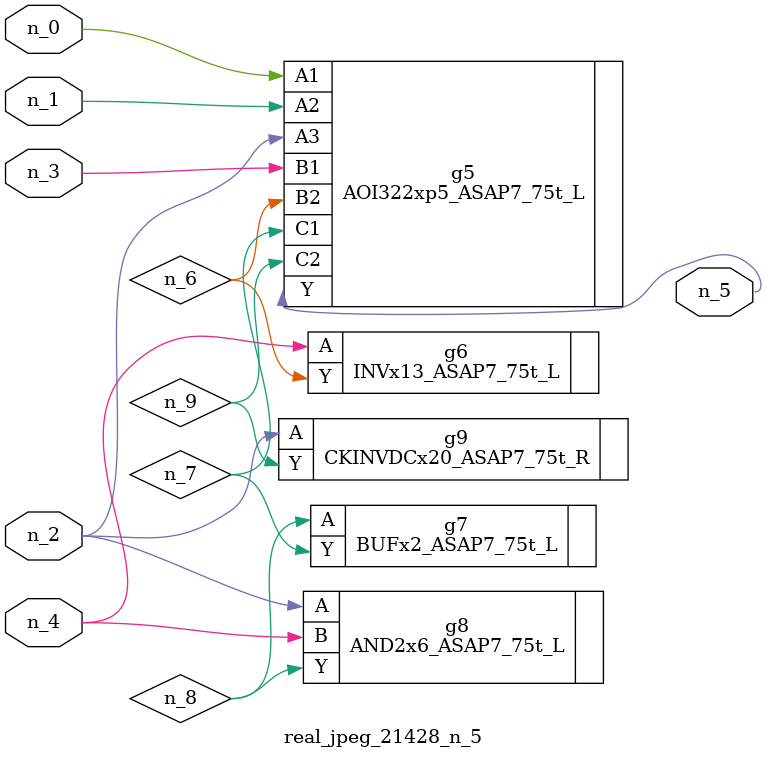
<source format=v>
module real_jpeg_21428_n_5 (n_4, n_0, n_1, n_2, n_3, n_5);

input n_4;
input n_0;
input n_1;
input n_2;
input n_3;

output n_5;

wire n_8;
wire n_6;
wire n_7;
wire n_9;

AOI322xp5_ASAP7_75t_L g5 ( 
.A1(n_0),
.A2(n_1),
.A3(n_2),
.B1(n_3),
.B2(n_6),
.C1(n_7),
.C2(n_9),
.Y(n_5)
);

AND2x6_ASAP7_75t_L g8 ( 
.A(n_2),
.B(n_4),
.Y(n_8)
);

CKINVDCx20_ASAP7_75t_R g9 ( 
.A(n_2),
.Y(n_9)
);

INVx13_ASAP7_75t_L g6 ( 
.A(n_4),
.Y(n_6)
);

BUFx2_ASAP7_75t_L g7 ( 
.A(n_8),
.Y(n_7)
);


endmodule
</source>
